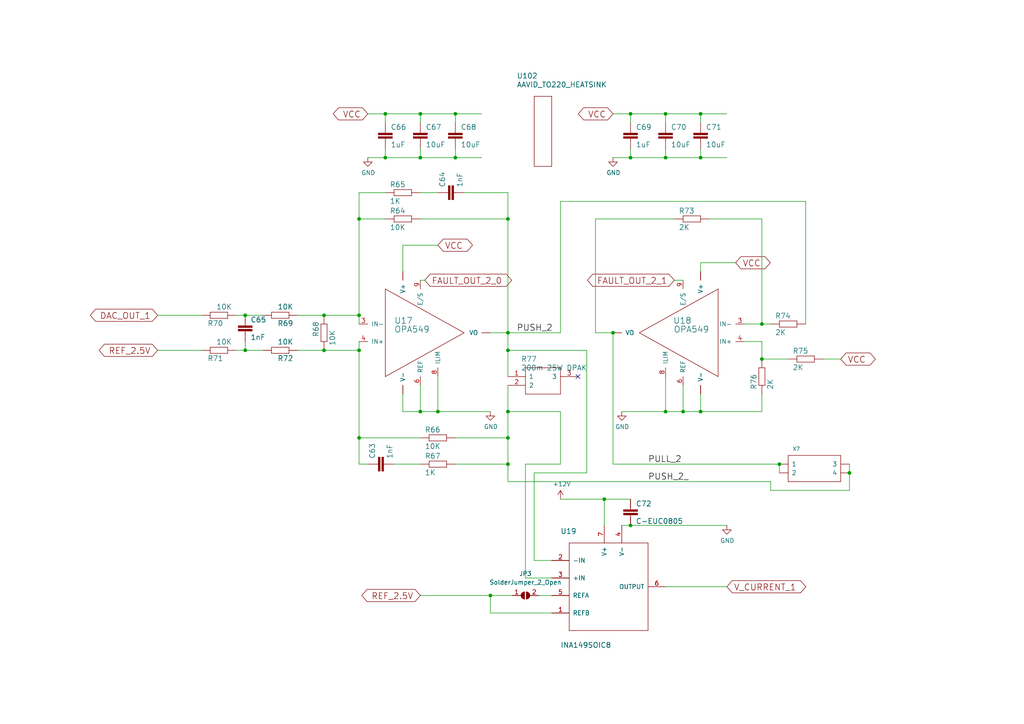
<source format=kicad_sch>
(kicad_sch (version 20211123) (generator eeschema)
  (paper "A4")
  (lib_symbols
    (symbol "GPA_dortmund-eagle-import:AAVID_TO220_HEATSINK" (pin_names (offset 1.016))
      (property "Value" "AAVID_TO220_HEATSINK" (at -7.62 12.7 0))
      (symbol "AAVID_TO220_HEATSINK_1_0"
        (polyline (pts (xy -2.54 -10.16) (xy 2.54 -10.16)))
        (polyline (pts (xy -2.54 10.16) (xy -2.54 -10.16)))
        (polyline (pts (xy 2.54 -10.16) (xy 2.54 10.16)))
        (polyline (pts (xy 2.54 10.16) (xy -2.54 10.16)))
      )
    )
    (symbol "GPA_dortmund-eagle-import:C-EUC0805" (pin_names (offset 1.016))
      (property "Reference" "C" (at 1.524 0.381 0))
      (property "Value" "C-EUC0805" (at 1.524 -4.699 0))
      (symbol "C-EUC0805_1_0"
        (rectangle (start -2.032 -2.032) (end 2.032 -1.524) (fill (type outline)))
        (rectangle (start -2.032 -1.016) (end 2.032 -0.508) (fill (type outline)))
        (polyline (pts (xy 0 -2.54) (xy 0 -2.032)))
        (polyline (pts (xy 0 0) (xy 0 -0.508)))
        (pin passive line (at 0 2.54 270) (length 2.54) (name "1") (number "1"))
        (pin passive line (at 0 -5.08 90) (length 2.54) (name "2") (number "2"))
      )
    )
    (symbol "GPA_dortmund-eagle-import:INA149SOIC8" (pin_names (offset 1.016))
      (property "Value" "INA149SOIC8" (at -7.62 -15.24 0))
      (symbol "INA149SOIC8_0_0"
        (pin no_connect line (at 0 17.78 270) (length 2.54) hide (name "NC") (number "8"))
      )
      (symbol "INA149SOIC8_1_0"
        (polyline (pts (xy -5.08 -10.16) (xy 17.78 -10.16)))
        (polyline (pts (xy -5.08 15.24) (xy -5.08 -10.16)))
        (polyline (pts (xy 17.78 -10.16) (xy 17.78 15.24)))
        (polyline (pts (xy 17.78 15.24) (xy -5.08 15.24)))
        (pin power_in line (at -10.16 -5.08 0) (length 5.08) (name "REFB") (number "1"))
        (pin input line (at -10.16 10.16 0) (length 5.08) (name "-IN") (number "2"))
        (pin input line (at -10.16 5.08 0) (length 5.08) (name "+IN") (number "3"))
        (pin power_in line (at 10.16 20.32 270) (length 5.08) (name "V-") (number "4"))
        (pin input line (at -10.16 0 0) (length 5.08) (name "REFA") (number "5"))
        (pin output line (at 22.86 2.54 180) (length 5.08) (name "OUTPUT") (number "6"))
        (pin power_in line (at 5.08 20.32 270) (length 5.08) (name "V+") (number "7"))
      )
    )
    (symbol "GPA_dortmund-eagle-import:MINI-FIT-JR-045569-NA2" (pin_names (offset 1.016))
      (property "Reference" "X" (at -6.35 6.35 0))
      (symbol "MINI-FIT-JR-045569-NA2_1_0"
        (polyline (pts (xy -7.62 -2.54) (xy 7.62 -2.54)))
        (polyline (pts (xy -7.62 5.08) (xy -7.62 -2.54)))
        (polyline (pts (xy 7.62 -2.54) (xy 7.62 5.08)))
        (polyline (pts (xy 7.62 5.08) (xy -7.62 5.08)))
        (pin bidirectional line (at -10.16 2.54 0) (length 2.54) (name "1") (number "P1"))
        (pin bidirectional line (at -10.16 0 0) (length 2.54) (name "2") (number "P2"))
        (pin bidirectional line (at 10.16 2.54 180) (length 2.54) (name "3") (number "P3"))
        (pin bidirectional line (at 10.16 0 180) (length 2.54) (name "4") (number "P4"))
      )
    )
    (symbol "GPA_dortmund-eagle-import:OPA549_KV_11TO-220_11" (pin_names (offset 1.016))
      (property "Reference" "U" (at -14.8844 16.7386 0))
      (property "Value" "OPA549_KV_11TO-220_11" (at -15.5194 14.1986 0))
      (symbol "OPA549_KV_11TO-220_11_1_0"
        (polyline (pts (xy -7.62 -12.7) (xy 15.24 0)))
        (polyline (pts (xy -7.62 12.7) (xy -7.62 -12.7)))
        (polyline (pts (xy 15.24 0) (xy -7.62 12.7)))
        (pin bidirectional line (at 22.86 0 180) (length 2.54) (name "VO") (number "1"))
        (pin power_in line (at -2.54 17.78 270) (length 2.54) (name "V+") (number "10"))
        (pin power_in line (at -2.54 17.78 270) (length 2.54) (name "V+") (number "11"))
        (pin bidirectional line (at 22.86 0 180) (length 2.54) (name "VO") (number "2"))
        (pin input line (at -15.24 2.54 0) (length 2.54) (name "IN-") (number "3"))
        (pin input line (at -15.24 -2.54 0) (length 2.54) (name "IN+") (number "4"))
        (pin power_in line (at -2.54 -17.78 90) (length 2.54) (name "V-") (number "5"))
        (pin power_in line (at 2.54 -15.24 90) (length 2.54) (name "REF") (number "6"))
        (pin power_in line (at -2.54 -17.78 90) (length 2.54) (name "V-") (number "7"))
        (pin passive line (at 7.62 -12.7 90) (length 2.54) (name "ILIM") (number "8"))
        (pin passive line (at 2.54 15.24 270) (length 2.54) (name "E/S") (number "9"))
      )
    )
    (symbol "GPA_dortmund-eagle-import:PWR163S-25-10R0J" (pin_names (offset 1.016))
      (property "Reference" "R" (at 16.51 7.62 0))
      (property "Value" "PWR163S-25-10R0J" (at 16.51 5.08 0))
      (symbol "PWR163S-25-10R0J_1_0"
        (polyline (pts (xy 5.08 2.54) (xy 5.08 -5.08)))
        (polyline (pts (xy 5.08 2.54) (xy 15.24 2.54)))
        (polyline (pts (xy 15.24 -5.08) (xy 5.08 -5.08)))
        (polyline (pts (xy 15.24 -5.08) (xy 15.24 2.54)))
        (pin bidirectional line (at 0 0 0) (length 5.08) (name "1") (number "1"))
        (pin bidirectional line (at 0 -2.54 0) (length 5.08) (name "2") (number "2"))
        (pin bidirectional line (at 20.32 0 180) (length 5.08) (name "3") (number "3"))
      )
    )
    (symbol "GPA_dortmund-eagle-import:R-EU_M0805" (pin_names (offset 1.016))
      (property "Reference" "R" (at -3.81 1.4986 0))
      (property "Value" "R-EU_M0805" (at -3.81 -3.302 0))
      (symbol "R-EU_M0805_1_0"
        (polyline (pts (xy -2.54 -0.889) (xy -2.54 0.889)))
        (polyline (pts (xy -2.54 -0.889) (xy 2.54 -0.889)))
        (polyline (pts (xy 2.54 -0.889) (xy 2.54 0.889)))
        (polyline (pts (xy 2.54 0.889) (xy -2.54 0.889)))
        (pin passive line (at -5.08 0 0) (length 2.54) (name "1") (number "1"))
        (pin passive line (at 5.08 0 180) (length 2.54) (name "2") (number "2"))
      )
    )
    (symbol "GPA_dortmund-eagle-import:R-EU_R0805" (pin_names (offset 1.016))
      (property "Reference" "R" (at -3.81 1.4986 0))
      (property "Value" "R-EU_R0805" (at -3.81 -3.302 0))
      (symbol "R-EU_R0805_1_0"
        (polyline (pts (xy -2.54 -0.889) (xy -2.54 0.889)))
        (polyline (pts (xy -2.54 -0.889) (xy 2.54 -0.889)))
        (polyline (pts (xy 2.54 -0.889) (xy 2.54 0.889)))
        (polyline (pts (xy 2.54 0.889) (xy -2.54 0.889)))
        (pin passive line (at -5.08 0 0) (length 2.54) (name "1") (number "1"))
        (pin passive line (at 5.08 0 180) (length 2.54) (name "2") (number "2"))
      )
    )
    (symbol "Jumper:SolderJumper_2_Open" (pin_names (offset 0) hide)
      (property "Reference" "JP" (at 0 2.032 0))
      (property "Value" "SolderJumper_2_Open" (at 0 -2.54 0))
      (symbol "SolderJumper_2_Open_0_1"
        (arc (start -0.254 1.016) (mid -1.27 0) (end -0.254 -1.016))
        (arc (start -0.254 1.016) (mid -1.27 0) (end -0.254 -1.016) (fill (type outline)))
        (polyline (pts (xy -0.254 1.016) (xy -0.254 -1.016)))
        (polyline (pts (xy 0.254 1.016) (xy 0.254 -1.016)))
        (arc (start 0.254 -1.016) (mid 1.27 0) (end 0.254 1.016))
        (arc (start 0.254 -1.016) (mid 1.27 0) (end 0.254 1.016) (fill (type outline)))
      )
      (symbol "SolderJumper_2_Open_1_1"
        (pin passive line (at -3.81 0 0) (length 2.54) (name "A") (number "1"))
        (pin passive line (at 3.81 0 180) (length 2.54) (name "B") (number "2"))
      )
    )
    (symbol "power:+12V" (power) (pin_names (offset 0))
      (property "Value" "+12V" (at 0 3.556 0))
      (symbol "+12V_0_1"
        (polyline (pts (xy -0.762 1.27) (xy 0 2.54)))
        (polyline (pts (xy 0 0) (xy 0 2.54)))
        (polyline (pts (xy 0 2.54) (xy 0.762 1.27)))
      )
      (symbol "+12V_1_1"
        (pin power_in line (at 0 0 90) (length 0) hide (name "+12V") (number "1"))
      )
    )
    (symbol "power:GND" (power) (pin_names (offset 0))
      (property "Value" "GND" (at 0 -3.81 0))
      (symbol "GND_0_1"
        (polyline (pts (xy 0 0) (xy 0 -1.27) (xy 1.27 -1.27) (xy 0 -2.54) (xy -1.27 -1.27) (xy 0 -1.27)))
      )
      (symbol "GND_1_1"
        (pin power_in line (at 0 0 270) (length 0) hide (name "GND") (number "1"))
      )
    )
  )
  (junction (at 142.24 172.72))
  (junction (at 193.04 33.02))
  (junction (at 104.14 91.44))
  (junction (at 220.98 93.98))
  (junction (at 193.04 45.72))
  (junction (at 121.92 45.72))
  (junction (at 93.98 101.6))
  (junction (at 246.38 137.16))
  (junction (at 220.98 104.14))
  (junction (at 203.2 119.38))
  (junction (at 147.32 96.52))
  (junction (at 226.06 134.62))
  (junction (at 198.12 119.38))
  (junction (at 104.14 127))
  (junction (at 182.88 152.4))
  (junction (at 111.76 45.72))
  (junction (at 127 119.38))
  (junction (at 147.32 101.6))
  (junction (at 132.08 45.72))
  (junction (at 182.88 45.72))
  (junction (at 182.88 33.02))
  (junction (at 147.32 134.62))
  (junction (at 121.92 119.38))
  (junction (at 193.04 119.38))
  (junction (at 203.2 33.02))
  (junction (at 111.76 33.02))
  (junction (at 147.32 63.5))
  (junction (at 93.98 91.44))
  (junction (at 203.2 45.72))
  (junction (at 71.12 101.6))
  (junction (at 132.08 33.02))
  (junction (at 177.8 96.52))
  (junction (at 104.14 101.6))
  (junction (at 175.26 144.78))
  (junction (at 71.12 91.44))
  (junction (at 147.32 119.38))
  (junction (at 147.32 127))
  (junction (at 104.14 63.5))
  (junction (at 121.92 33.02))
  (no_connect (at 167.64 109.22))
  (wire (pts (xy 180.34 152.4) (xy 182.88 152.4)))
  (wire (pts (xy 111.76 35.56) (xy 111.76 33.02)))
  (wire (pts (xy 203.2 45.72) (xy 210.82 45.72)))
  (wire (pts (xy 228.6 104.14) (xy 220.98 104.14)))
  (wire (pts (xy 147.32 119.38) (xy 162.56 119.38)))
  (wire (pts (xy 198.12 81.28) (xy 195.58 81.28)))
  (wire (pts (xy 160.02 177.8) (xy 142.24 177.8)))
  (wire (pts (xy 203.2 76.2) (xy 203.2 78.74)))
  (wire (pts (xy 111.76 33.02) (xy 121.92 33.02)))
  (wire (pts (xy 104.14 127) (xy 104.14 101.6)))
  (wire (pts (xy 148.59 172.72) (xy 142.24 172.72)))
  (wire (pts (xy 58.42 91.44) (xy 45.72 91.44)))
  (wire (pts (xy 132.08 127) (xy 147.32 127)))
  (wire (pts (xy 220.98 119.38) (xy 203.2 119.38)))
  (wire (pts (xy 93.98 101.6) (xy 104.14 101.6)))
  (wire (pts (xy 160.02 172.72) (xy 156.21 172.72)))
  (wire (pts (xy 142.24 119.38) (xy 127 119.38)))
  (wire (pts (xy 203.2 119.38) (xy 198.12 119.38)))
  (wire (pts (xy 223.52 142.24) (xy 246.38 142.24)))
  (wire (pts (xy 132.08 43.18) (xy 132.08 45.72)))
  (wire (pts (xy 106.68 33.02) (xy 111.76 33.02)))
  (wire (pts (xy 68.58 91.44) (xy 71.12 91.44)))
  (wire (pts (xy 127 109.22) (xy 127 119.38)))
  (wire (pts (xy 160.02 162.56) (xy 154.94 162.56)))
  (wire (pts (xy 226.06 137.16) (xy 226.06 134.62)))
  (wire (pts (xy 71.12 91.44) (xy 76.2 91.44)))
  (wire (pts (xy 160.02 167.64) (xy 152.4 167.64)))
  (wire (pts (xy 106.68 45.72) (xy 111.76 45.72)))
  (wire (pts (xy 121.92 127) (xy 104.14 127)))
  (wire (pts (xy 177.8 33.02) (xy 182.88 33.02)))
  (wire (pts (xy 182.88 152.4) (xy 210.82 152.4)))
  (wire (pts (xy 147.32 139.7) (xy 223.52 139.7)))
  (wire (pts (xy 58.42 101.6) (xy 45.72 101.6)))
  (wire (pts (xy 71.12 99.06) (xy 71.12 101.6)))
  (wire (pts (xy 111.76 43.18) (xy 111.76 45.72)))
  (wire (pts (xy 203.2 35.56) (xy 203.2 33.02)))
  (wire (pts (xy 111.76 45.72) (xy 121.92 45.72)))
  (wire (pts (xy 193.04 119.38) (xy 198.12 119.38)))
  (wire (pts (xy 121.92 35.56) (xy 121.92 33.02)))
  (wire (pts (xy 172.72 96.52) (xy 177.8 96.52)))
  (wire (pts (xy 193.04 43.18) (xy 193.04 45.72)))
  (wire (pts (xy 182.88 35.56) (xy 182.88 33.02)))
  (wire (pts (xy 134.62 55.88) (xy 147.32 55.88)))
  (wire (pts (xy 142.24 172.72) (xy 121.92 172.72)))
  (wire (pts (xy 223.52 139.7) (xy 223.52 142.24)))
  (wire (pts (xy 182.88 33.02) (xy 193.04 33.02)))
  (wire (pts (xy 147.32 101.6) (xy 147.32 109.22)))
  (wire (pts (xy 104.14 101.6) (xy 104.14 99.06)))
  (wire (pts (xy 142.24 177.8) (xy 142.24 172.72)))
  (wire (pts (xy 132.08 45.72) (xy 139.7 45.72)))
  (wire (pts (xy 104.14 91.44) (xy 104.14 93.98)))
  (wire (pts (xy 132.08 33.02) (xy 139.7 33.02)))
  (wire (pts (xy 246.38 137.16) (xy 246.38 134.62)))
  (wire (pts (xy 86.36 101.6) (xy 93.98 101.6)))
  (wire (pts (xy 233.68 58.42) (xy 162.56 58.42)))
  (wire (pts (xy 170.18 101.6) (xy 170.18 137.16)))
  (wire (pts (xy 132.08 134.62) (xy 147.32 134.62)))
  (wire (pts (xy 147.32 63.5) (xy 147.32 96.52)))
  (wire (pts (xy 177.8 96.52) (xy 177.8 134.62)))
  (wire (pts (xy 220.98 63.5) (xy 220.98 93.98)))
  (wire (pts (xy 111.76 63.5) (xy 104.14 63.5)))
  (wire (pts (xy 142.24 96.52) (xy 147.32 96.52)))
  (wire (pts (xy 147.32 55.88) (xy 147.32 63.5)))
  (wire (pts (xy 203.2 33.02) (xy 210.82 33.02)))
  (wire (pts (xy 220.98 99.06) (xy 220.98 104.14)))
  (wire (pts (xy 177.8 45.72) (xy 182.88 45.72)))
  (wire (pts (xy 152.4 134.62) (xy 152.4 167.64)))
  (wire (pts (xy 182.88 144.78) (xy 175.26 144.78)))
  (wire (pts (xy 162.56 134.62) (xy 152.4 134.62)))
  (wire (pts (xy 86.36 91.44) (xy 93.98 91.44)))
  (wire (pts (xy 121.92 43.18) (xy 121.92 45.72)))
  (wire (pts (xy 147.32 96.52) (xy 147.32 101.6)))
  (wire (pts (xy 203.2 76.2) (xy 213.36 76.2)))
  (wire (pts (xy 193.04 109.22) (xy 193.04 119.38)))
  (wire (pts (xy 116.84 114.3) (xy 116.84 119.38)))
  (wire (pts (xy 177.8 134.62) (xy 226.06 134.62)))
  (wire (pts (xy 132.08 35.56) (xy 132.08 33.02)))
  (wire (pts (xy 147.32 127) (xy 147.32 134.62)))
  (wire (pts (xy 154.94 137.16) (xy 154.94 162.56)))
  (wire (pts (xy 215.9 99.06) (xy 220.98 99.06)))
  (wire (pts (xy 121.92 81.28) (xy 123.19 81.28)))
  (wire (pts (xy 220.98 114.3) (xy 220.98 119.38)))
  (wire (pts (xy 127 55.88) (xy 121.92 55.88)))
  (wire (pts (xy 175.26 152.4) (xy 175.26 144.78)))
  (wire (pts (xy 121.92 33.02) (xy 132.08 33.02)))
  (wire (pts (xy 71.12 101.6) (xy 68.58 101.6)))
  (wire (pts (xy 93.98 91.44) (xy 104.14 91.44)))
  (wire (pts (xy 203.2 43.18) (xy 203.2 45.72)))
  (wire (pts (xy 121.92 119.38) (xy 121.92 111.76)))
  (wire (pts (xy 116.84 119.38) (xy 121.92 119.38)))
  (wire (pts (xy 233.68 93.98) (xy 233.68 58.42)))
  (wire (pts (xy 147.32 101.6) (xy 170.18 101.6)))
  (wire (pts (xy 205.74 63.5) (xy 220.98 63.5)))
  (wire (pts (xy 175.26 144.78) (xy 162.56 144.78)))
  (wire (pts (xy 127 119.38) (xy 121.92 119.38)))
  (wire (pts (xy 193.04 35.56) (xy 193.04 33.02)))
  (wire (pts (xy 193.04 33.02) (xy 203.2 33.02)))
  (wire (pts (xy 193.04 170.18) (xy 210.82 170.18)))
  (wire (pts (xy 198.12 119.38) (xy 198.12 111.76)))
  (wire (pts (xy 170.18 137.16) (xy 154.94 137.16)))
  (wire (pts (xy 182.88 43.18) (xy 182.88 45.72)))
  (wire (pts (xy 220.98 93.98) (xy 215.9 93.98)))
  (wire (pts (xy 121.92 45.72) (xy 132.08 45.72)))
  (wire (pts (xy 106.68 134.62) (xy 104.14 134.62)))
  (wire (pts (xy 220.98 93.98) (xy 223.52 93.98)))
  (wire (pts (xy 162.56 96.52) (xy 147.32 96.52)))
  (wire (pts (xy 203.2 114.3) (xy 203.2 119.38)))
  (wire (pts (xy 195.58 63.5) (xy 172.72 63.5)))
  (wire (pts (xy 111.76 55.88) (xy 104.14 55.88)))
  (wire (pts (xy 104.14 55.88) (xy 104.14 63.5)))
  (wire (pts (xy 182.88 45.72) (xy 193.04 45.72)))
  (wire (pts (xy 76.2 101.6) (xy 71.12 101.6)))
  (wire (pts (xy 121.92 63.5) (xy 147.32 63.5)))
  (wire (pts (xy 147.32 119.38) (xy 147.32 127)))
  (wire (pts (xy 147.32 111.76) (xy 147.32 119.38)))
  (wire (pts (xy 116.84 78.74) (xy 116.84 71.12)))
  (wire (pts (xy 162.56 58.42) (xy 162.56 96.52)))
  (wire (pts (xy 172.72 63.5) (xy 172.72 96.52)))
  (wire (pts (xy 121.92 134.62) (xy 114.3 134.62)))
  (wire (pts (xy 162.56 119.38) (xy 162.56 134.62)))
  (wire (pts (xy 116.84 71.12) (xy 127 71.12)))
  (wire (pts (xy 180.34 119.38) (xy 193.04 119.38)))
  (wire (pts (xy 238.76 104.14) (xy 243.84 104.14)))
  (wire (pts (xy 104.14 63.5) (xy 104.14 91.44)))
  (wire (pts (xy 193.04 45.72) (xy 203.2 45.72)))
  (wire (pts (xy 147.32 134.62) (xy 147.32 139.7)))
  (wire (pts (xy 104.14 134.62) (xy 104.14 127)))
  (wire (pts (xy 246.38 142.24) (xy 246.38 137.16)))
  (label "PULL_2" (at 187.96 134.62 0) (effects (font (size 1.778 1.778))))
  (label "PUSH_2_" (at 187.96 139.7 0) (effects (font (size 1.778 1.778))))
  (label "PUSH_2" (at 149.86 96.52 0) (effects (font (size 1.778 1.778))))
  (global_label "VCC" (shape bidirectional) (at 243.84 104.14 0) (effects (font (size 1.778 1.778))) (property "Intersheet References" "${INTERSHEET_REFS}" (effects hide)))
  (global_label "REF_2.5V" (shape bidirectional) (at 121.92 172.72 180) (effects (font (size 1.778 1.778))) (property "Intersheet References" "${INTERSHEET_REFS}" (effects hide)))
  (global_label "DAC_OUT_1" (shape bidirectional) (at 45.72 91.44 180) (effects (font (size 1.778 1.778))) (property "Intersheet References" "${INTERSHEET_REFS}" (effects hide)))
  (global_label "VCC" (shape bidirectional) (at 213.36 76.2 0) (effects (font (size 1.778 1.778))) (property "Intersheet References" "${INTERSHEET_REFS}" (effects hide)))
  (global_label "REF_2.5V" (shape bidirectional) (at 45.72 101.6 180) (effects (font (size 1.778 1.778))) (property "Intersheet References" "${INTERSHEET_REFS}" (effects hide)))
  (global_label "VCC" (shape bidirectional) (at 127 71.12 0) (effects (font (size 1.778 1.778))) (property "Intersheet References" "${INTERSHEET_REFS}" (effects hide)))
  (global_label "FAULT_OUT_2_1" (shape bidirectional) (at 195.58 81.28 180) (effects (font (size 1.778 1.778))) (property "Intersheet References" "${INTERSHEET_REFS}" (effects hide)))
  (global_label "V_CURRENT_1" (shape bidirectional) (at 210.82 170.18 0) (effects (font (size 1.778 1.778))) (property "Intersheet References" "${INTERSHEET_REFS}" (effects hide)))
  (global_label "VCC" (shape bidirectional) (at 177.8 33.02 180) (effects (font (size 1.778 1.778))) (property "Intersheet References" "${INTERSHEET_REFS}" (effects hide)))
  (global_label "VCC" (shape bidirectional) (at 106.68 33.02 180) (effects (font (size 1.778 1.778))) (property "Intersheet References" "${INTERSHEET_REFS}" (effects hide)))
  (global_label "FAULT_OUT_2_0" (shape bidirectional) (at 123.19 81.28 0) (effects (font (size 1.778 1.778))) (property "Intersheet References" "${INTERSHEET_REFS}" (effects hide)))
  (symbol (lib_id "GPA_dortmund-eagle-import:C-EUC0805") (at 132.08 38.1 0) (unit 1)
    (property "Reference" "C68" (at 133.604 37.719 0) (effects (font (size 1.4986 1.4986)) (justify left bottom)))
    (property "Value" "10uF" (at 133.604 42.799 0) (effects (font (size 1.4986 1.4986)) (justify left bottom)))
    (property "Footprint" "GPA_dortmund:C0805" (effects hide))
  )
  (symbol (lib_id "GPA_dortmund-eagle-import:C-EUC0805") (at 129.54 55.88 90) (unit 1)
    (property "Reference" "C64" (at 129.159 54.356 0) (effects (font (size 1.4986 1.4986)) (justify left bottom)))
    (property "Value" "1nF" (at 134.239 54.356 0) (effects (font (size 1.4986 1.4986)) (justify left bottom)))
    (property "Footprint" "GPA_dortmund:C0805" (effects hide))
  )
  (symbol (lib_id "GPA_dortmund-eagle-import:C-EUC0805") (at 182.88 147.32 0) (unit 1)
    (property "Reference" "C72" (at 184.404 146.939 0) (effects (font (size 1.4986 1.4986)) (justify left bottom)))
    (property "Value" "C-EUC0805" (at 184.404 152.019 0) (effects (font (size 1.4986 1.4986)) (justify left bottom)))
    (property "Footprint" "GPA_dortmund:C0805" (effects hide))
  )
  (symbol (lib_id "GPA_dortmund-eagle-import:R-EU_R0805") (at 93.98 96.52 90) (unit 1)
    (property "Reference" "R68" (at 92.4814 97.79 0) (effects (font (size 1.4986 1.4986)) (justify left bottom)))
    (property "Value" "10K" (at 97.282 100.33 0) (effects (font (size 1.4986 1.4986)) (justify left bottom)))
    (property "Footprint" "GPA_dortmund:R0805" (effects hide))
  )
  (symbol (lib_id "GPA_dortmund-eagle-import:OPA549_KV_11TO-220_11") (at 119.38 96.52 0) (unit 1)
    (property "Reference" "U17" (at 114.3 93.98 0) (effects (font (size 1.7526 1.7526)) (justify left bottom)))
    (property "Value" "OPA549" (at 114.3 96.52 0) (effects (font (size 1.7526 1.7526)) (justify left bottom)))
    (property "Footprint" "GPA_dortmund:TA11B" (effects hide))
  )
  (symbol (lib_id "GPA_dortmund-eagle-import:C-EUC0805") (at 71.12 93.98 0) (unit 1)
    (property "Reference" "C65" (at 72.644 93.599 0) (effects (font (size 1.4986 1.4986)) (justify left bottom)))
    (property "Value" "1nF" (at 72.644 98.679 0) (effects (font (size 1.4986 1.4986)) (justify left bottom)))
    (property "Footprint" "GPA_dortmund:C0805" (effects hide))
  )
  (symbol (lib_id "GPA_dortmund-eagle-import:C-EUC0805") (at 109.22 134.62 90) (unit 1)
    (property "Reference" "C63" (at 108.839 133.096 0) (effects (font (size 1.4986 1.4986)) (justify left bottom)))
    (property "Value" "1nF" (at 113.919 133.096 0) (effects (font (size 1.4986 1.4986)) (justify left bottom)))
    (property "Footprint" "GPA_dortmund:C0805" (effects hide))
  )
  (symbol (lib_id "GPA_dortmund-eagle-import:INA149SOIC8") (at 170.18 172.72 0) (unit 1)
    (property "Reference" "U19" (at 162.56 154.94 0) (effects (font (size 1.4986 1.4986)) (justify left bottom)))
    (property "Value" "INA149SOIC8" (at 162.56 187.96 0) (effects (font (size 1.4986 1.4986)) (justify left bottom)))
    (property "Footprint" "GPA_dortmund:SOIC127P600X144-8" (effects hide))
  )
  (symbol (lib_id "power:+12V") (at 162.56 144.78 0) (unit 1)
    (property "Reference" "#PWR0147" (effects hide))
    (property "Value" "+12V" (at 162.941 140.3858 0))
  )
  (symbol (lib_id "power:GND") (at 106.68 45.72 0) (unit 1)
    (property "Reference" "#PWR0134" (effects hide))
    (property "Value" "GND" (at 106.807 50.1142 0))
  )
  (symbol (lib_id "power:GND") (at 177.8 45.72 0) (unit 1)
    (property "Reference" "#PWR0135" (effects hide))
    (property "Value" "GND" (at 177.927 50.1142 0))
  )
  (symbol (lib_id "power:GND") (at 210.82 152.4 0) (unit 1)
    (property "Reference" "#PWR0136" (effects hide))
    (property "Value" "GND" (at 210.947 156.7942 0))
  )
  (symbol (lib_id "power:GND") (at 142.24 119.38 0) (unit 1)
    (property "Reference" "#PWR0137" (effects hide))
    (property "Value" "GND" (at 142.367 123.7742 0))
  )
  (symbol (lib_id "power:GND") (at 180.34 119.38 0) (unit 1)
    (property "Reference" "#PWR0138" (effects hide))
    (property "Value" "GND" (at 180.467 123.7742 0))
  )
  (symbol (lib_id "GPA_dortmund-eagle-import:PWR163S-25-10R0J") (at 147.32 109.22 0) (unit 1)
    (property "Reference" "R77" (at 151.13 104.14 0) (effects (font (size 1.4986 1.4986)) (justify left)))
    (property "Value" "200m 25W DPAK" (at 151.13 106.68 0) (effects (font (size 1.4986 1.4986)) (justify left)))
    (property "Footprint" "GPA_dortmund:PWR163_DPAK" (effects hide))
  )
  (symbol (lib_id "GPA_dortmund-eagle-import:AAVID_TO220_HEATSINK") (at 157.48 38.1 0) (unit 1)
    (property "Reference" "U102" (at 149.86 22.86 0) (effects (font (size 1.4986 1.4986)) (justify left bottom)))
    (property "Value" "AAVID_TO220_HEATSINK" (at 149.86 25.4 0) (effects (font (size 1.4986 1.4986)) (justify left bottom)))
    (property "Footprint" "GPA_dortmund:AAVID_TO220_HEATSINK" (effects hide))
  )
  (symbol (lib_id "GPA_dortmund-eagle-import:R-EU_M0805") (at 81.28 91.44 180) (unit 1)
    (property "Reference" "R69" (at 85.09 92.9386 0) (effects (font (size 1.4986 1.4986)) (justify left bottom)))
    (property "Value" "10K" (at 85.09 88.138 0) (effects (font (size 1.4986 1.4986)) (justify left bottom)))
    (property "Footprint" "GPA_dortmund:M0805" (effects hide))
  )
  (symbol (lib_id "GPA_dortmund-eagle-import:R-EU_R0805") (at 127 127 0) (unit 1)
    (property "Reference" "R66" (at 123.19 125.5014 0) (effects (font (size 1.4986 1.4986)) (justify left bottom)))
    (property "Value" "10K" (at 123.19 130.302 0) (effects (font (size 1.4986 1.4986)) (justify left bottom)))
    (property "Footprint" "GPA_dortmund:R0805" (effects hide))
  )
  (symbol (lib_id "GPA_dortmund-eagle-import:OPA549_KV_11TO-220_11") (at 200.66 96.52 0) (mirror y) (unit 1)
    (property "Reference" "U18" (at 200.66 93.98 0) (effects (font (size 1.7526 1.7526)) (justify left bottom)))
    (property "Value" "OPA549" (at 205.74 96.52 0) (effects (font (size 1.7526 1.7526)) (justify left bottom)))
    (property "Footprint" "GPA_dortmund:TA11B" (effects hide))
  )
  (symbol (lib_id "GPA_dortmund-eagle-import:R-EU_R0805") (at 127 134.62 0) (unit 1)
    (property "Reference" "R67" (at 123.19 133.1214 0) (effects (font (size 1.4986 1.4986)) (justify left bottom)))
    (property "Value" "1K" (at 123.19 137.922 0) (effects (font (size 1.4986 1.4986)) (justify left bottom)))
    (property "Footprint" "GPA_dortmund:R0805" (effects hide))
  )
  (symbol (lib_id "GPA_dortmund-eagle-import:R-EU_R0805") (at 200.66 63.5 0) (unit 1)
    (property "Reference" "R73" (at 196.85 62.0014 0) (effects (font (size 1.4986 1.4986)) (justify left bottom)))
    (property "Value" "2K" (at 196.85 66.802 0) (effects (font (size 1.4986 1.4986)) (justify left bottom)))
    (property "Footprint" "GPA_dortmund:R0805" (effects hide))
  )
  (symbol (lib_id "GPA_dortmund-eagle-import:C-EUC0805") (at 111.76 38.1 0) (unit 1)
    (property "Reference" "C66" (at 113.284 37.719 0) (effects (font (size 1.4986 1.4986)) (justify left bottom)))
    (property "Value" "1uF" (at 113.284 42.799 0) (effects (font (size 1.4986 1.4986)) (justify left bottom)))
    (property "Footprint" "GPA_dortmund:C0805" (effects hide))
  )
  (symbol (lib_id "GPA_dortmund-eagle-import:R-EU_R0805") (at 220.98 109.22 90) (unit 1)
    (property "Reference" "R76" (at 219.4814 113.03 0) (effects (font (size 1.4986 1.4986)) (justify left bottom)))
    (property "Value" "2K" (at 224.282 113.03 0) (effects (font (size 1.4986 1.4986)) (justify left bottom)))
    (property "Footprint" "GPA_dortmund:R0805" (effects hide))
  )
  (symbol (lib_id "GPA_dortmund-eagle-import:R-EU_R0805") (at 63.5 91.44 180) (unit 1)
    (property "Reference" "R70" (at 64.77 92.9386 0) (effects (font (size 1.4986 1.4986)) (justify left bottom)))
    (property "Value" "10K" (at 67.31 88.138 0) (effects (font (size 1.4986 1.4986)) (justify left bottom)))
    (property "Footprint" "GPA_dortmund:R0805" (effects hide))
  )
  (symbol (lib_id "GPA_dortmund-eagle-import:C-EUC0805") (at 193.04 38.1 0) (unit 1)
    (property "Reference" "C70" (at 194.564 37.719 0) (effects (font (size 1.4986 1.4986)) (justify left bottom)))
    (property "Value" "10uF" (at 194.564 42.799 0) (effects (font (size 1.4986 1.4986)) (justify left bottom)))
    (property "Footprint" "GPA_dortmund:C0805" (effects hide))
  )
  (symbol (lib_id "GPA_dortmund-eagle-import:R-EU_R0805") (at 116.84 63.5 0) (unit 1)
    (property "Reference" "R64" (at 113.03 62.0014 0) (effects (font (size 1.4986 1.4986)) (justify left bottom)))
    (property "Value" "10K" (at 113.03 66.802 0) (effects (font (size 1.4986 1.4986)) (justify left bottom)))
    (property "Footprint" "GPA_dortmund:R0805" (effects hide))
  )
  (symbol (lib_id "GPA_dortmund-eagle-import:R-EU_R0805") (at 116.84 55.88 0) (unit 1)
    (property "Reference" "R65" (at 113.03 54.3814 0) (effects (font (size 1.4986 1.4986)) (justify left bottom)))
    (property "Value" "1K" (at 113.03 59.182 0) (effects (font (size 1.4986 1.4986)) (justify left bottom)))
    (property "Footprint" "GPA_dortmund:R0805" (effects hide))
  )
  (symbol (lib_id "GPA_dortmund-eagle-import:C-EUC0805") (at 121.92 38.1 0) (unit 1)
    (property "Reference" "C67" (at 123.444 37.719 0) (effects (font (size 1.4986 1.4986)) (justify left bottom)))
    (property "Value" "10uF" (at 123.444 42.799 0) (effects (font (size 1.4986 1.4986)) (justify left bottom)))
    (property "Footprint" "GPA_dortmund:C0805" (effects hide))
  )
  (symbol (lib_id "GPA_dortmund-eagle-import:C-EUC0805") (at 182.88 38.1 0) (unit 1)
    (property "Reference" "C69" (at 184.404 37.719 0) (effects (font (size 1.4986 1.4986)) (justify left bottom)))
    (property "Value" "1uF" (at 184.404 42.799 0) (effects (font (size 1.4986 1.4986)) (justify left bottom)))
    (property "Footprint" "GPA_dortmund:C0805" (effects hide))
  )
  (symbol (lib_id "GPA_dortmund-eagle-import:R-EU_R0805") (at 63.5 101.6 180) (unit 1)
    (property "Reference" "R71" (at 64.77 103.0986 0) (effects (font (size 1.4986 1.4986)) (justify left bottom)))
    (property "Value" "10K" (at 67.31 98.298 0) (effects (font (size 1.4986 1.4986)) (justify left bottom)))
    (property "Footprint" "GPA_dortmund:R0805" (effects hide))
  )
  (symbol (lib_id "GPA_dortmund-eagle-import:R-EU_R0805") (at 228.6 93.98 0) (unit 1)
    (property "Reference" "R74" (at 224.79 92.4814 0) (effects (font (size 1.4986 1.4986)) (justify left bottom)))
    (property "Value" "2K" (at 224.79 97.282 0) (effects (font (size 1.4986 1.4986)) (justify left bottom)))
    (property "Footprint" "GPA_dortmund:R0805" (effects hide))
  )
  (symbol (lib_id "GPA_dortmund-eagle-import:C-EUC0805") (at 203.2 38.1 0) (unit 1)
    (property "Reference" "C71" (at 204.724 37.719 0) (effects (font (size 1.4986 1.4986)) (justify left bottom)))
    (property "Value" "10uF" (at 204.724 42.799 0) (effects (font (size 1.4986 1.4986)) (justify left bottom)))
    (property "Footprint" "GPA_dortmund:C0805" (effects hide))
  )
  (symbol (lib_id "GPA_dortmund-eagle-import:MINI-FIT-JR-045569-NA2") (at 236.22 137.16 0) (unit 1)
    (property "Reference" "X7" (at 229.87 130.81 0) (effects (font (size 1.0668 1.0668)) (justify left bottom)))
    (property "Value" "MINI-FIT-JR-045569-NA2" (effects hide))
    (property "Footprint" "GPA_dortmund:5569-NA2-04" (effects hide))
  )
  (symbol (lib_id "GPA_dortmund-eagle-import:R-EU_R0805") (at 233.68 104.14 0) (unit 1)
    (property "Reference" "R75" (at 229.87 102.6414 0) (effects (font (size 1.4986 1.4986)) (justify left bottom)))
    (property "Value" "2K" (at 229.87 107.442 0) (effects (font (size 1.4986 1.4986)) (justify left bottom)))
    (property "Footprint" "GPA_dortmund:R0805" (effects hide))
  )
  (symbol (lib_id "GPA_dortmund-eagle-import:R-EU_R0805") (at 81.28 101.6 180) (unit 1)
    (property "Reference" "R72" (at 85.09 103.0986 0) (effects (font (size 1.4986 1.4986)) (justify left bottom)))
    (property "Value" "10K" (at 85.09 98.298 0) (effects (font (size 1.4986 1.4986)) (justify left bottom)))
    (property "Footprint" "GPA_dortmund:R0805" (effects hide))
  )
  (symbol (lib_id "Jumper:SolderJumper_2_Open") (at 152.4 172.72 0) (unit 1)
    (property "Reference" "JP3" (at 152.4 166.37 0))
    (property "Value" "SolderJumper_2_Open" (at 152.4 168.91 0))
    (property "Footprint" "Jumper:SolderJumper-2_P1.3mm_Open_RoundedPad1.0x1.5mm" (effects hide))
  )
)
</source>
